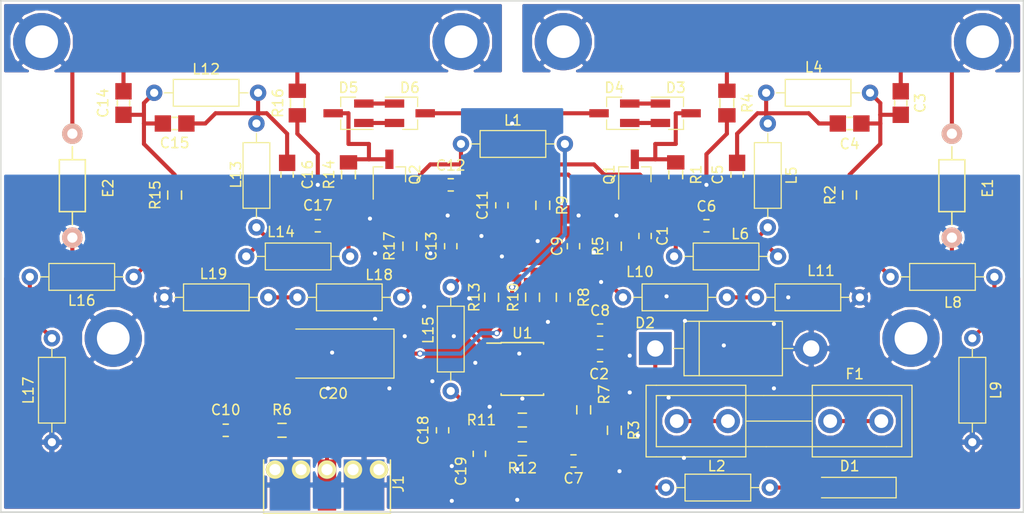
<source format=kicad_pcb>
(kicad_pcb (version 4) (host pcbnew 4.0.7-e2-6376~58~ubuntu14.04.1)
  (layers (0 F.Cu signal) (31 B.Cu signal) (34 B.Paste user) (35 F.Paste user) (36 B.SilkS user) (37 F.SilkS user) (38 B.Mask user) (39 F.Mask user) (44 Edge.Cuts user))
  (net 0 "")
  (net 1 "Net-(D3-Pad1)")
  (net 2 "Net-(D3-Pad2)")
  (net 3 "Net-(D3-Pad3)")
  (net 4 GND)
  (net 5 "Net-(D5-Pad1)")
  (net 6 "Net-(D5-Pad2)")
  (net 7 "Net-(D5-Pad3)")
  (net 8 "Net-(C1-Pad1)")
  (net 9 "Net-(AE1-Pad1)")
  (net 10 "Net-(AE2-Pad1)")
  (net 11 "Net-(C3-Pad2)")
  (net 12 "Net-(C14-Pad2)")
  (net 13 "Net-(C9-Pad2)")
  (net 14 "Net-(C13-Pad2)")
  (net 15 "Net-(R3-Pad1)")
  (net 16 "Net-(R12-Pad1)")
  (net 17 "Net-(C9-Pad1)")
  (net 18 "Net-(C11-Pad1)")
  (net 19 "Net-(C2-Pad1)")
  (net 20 "Net-(R11-Pad2)")
  (net 21 "Net-(C18-Pad2)")
  (net 22 "Net-(C13-Pad1)")
  (net 23 "Net-(C4-Pad1)")
  (net 24 "Net-(C5-Pad1)")
  (net 25 "Net-(C6-Pad1)")
  (net 26 "Net-(L8-Pad1)")
  (net 27 "Net-(L10-Pad2)")
  (net 28 "Net-(L8-Pad2)")
  (net 29 "Net-(L10-Pad1)")
  (net 30 "Net-(D1-Pad1)")
  (net 31 "Net-(C15-Pad1)")
  (net 32 "Net-(C16-Pad1)")
  (net 33 "Net-(C17-Pad1)")
  (net 34 "Net-(L16-Pad1)")
  (net 35 "Net-(L16-Pad2)")
  (net 36 "Net-(D1-Pad2)")
  (net 37 "Net-(C7-Pad2)")
  (net 38 "Net-(C7-Pad1)")
  (net 39 "Net-(C10-Pad1)")
  (net 40 "Net-(L18-Pad2)")
  (net 41 "Net-(L18-Pad1)")
  (module TO_SOT_Packages_SMD:SOT-23_Handsoldering (layer F.Cu) (at 99 44)
    (fp_text reference D3 (at 0 -2.5) (layer F.SilkS))
    (fp_text value BAV99)
    (pad 1 smd rect (at -1.5 -0.95) (size 1.9 0.8) (layers F.Cu F.Paste F.Mask) (net 1 "Net-(D3-Pad1)"))
    (pad 2 smd rect (at -1.5 0.95) (size 1.9 0.8) (layers F.Cu F.Paste F.Mask) (net 2 "Net-(D3-Pad2)"))
    (pad 3 smd rect (at 1.5 0) (size 1.9 0.8) (layers F.Cu F.Paste F.Mask) (net 3 "Net-(D3-Pad3)"))
  )
  (module TO_SOT_Packages_SMD:SOT-23_Handsoldering (layer F.Cu) (at 93 44 180)
    (fp_text reference D4 (at 0 2.5 180) (layer F.SilkS))
    (fp_text value BAV99)
    (pad 1 smd rect (at -1.5 -0.95 180) (size 1.9 0.8) (layers F.Cu F.Paste F.Mask) (net 2 "Net-(D3-Pad2)"))
    (pad 2 smd rect (at -1.5 0.95 180) (size 1.9 0.8) (layers F.Cu F.Paste F.Mask) (net 1 "Net-(D3-Pad1)"))
    (pad 3 smd rect (at 1.5 0 180) (size 1.9 0.8) (layers F.Cu F.Paste F.Mask) (net 4 GND))
  )
  (module TO_SOT_Packages_SMD:SOT-23_Handsoldering (layer F.Cu) (at 67 44 180)
    (fp_text reference D5 (at 0 2.5 180) (layer F.SilkS))
    (fp_text value BAV99)
    (pad 1 smd rect (at -1.5 -0.95 180) (size 1.9 0.8) (layers F.Cu F.Paste F.Mask) (net 5 "Net-(D5-Pad1)"))
    (pad 2 smd rect (at -1.5 0.95 180) (size 1.9 0.8) (layers F.Cu F.Paste F.Mask) (net 6 "Net-(D5-Pad2)"))
    (pad 3 smd rect (at 1.5 0 180) (size 1.9 0.8) (layers F.Cu F.Paste F.Mask) (net 7 "Net-(D5-Pad3)"))
  )
  (module TO_SOT_Packages_SMD:SOT-23_Handsoldering (layer F.Cu) (at 73 44)
    (fp_text reference D6 (at 0 -2.5) (layer F.SilkS))
    (fp_text value BAV99)
    (pad 1 smd rect (at -1.5 -0.95) (size 1.9 0.8) (layers F.Cu F.Paste F.Mask) (net 6 "Net-(D5-Pad2)"))
    (pad 2 smd rect (at -1.5 0.95) (size 1.9 0.8) (layers F.Cu F.Paste F.Mask) (net 5 "Net-(D5-Pad1)"))
    (pad 3 smd rect (at 1.5 0) (size 1.9 0.8) (layers F.Cu F.Paste F.Mask) (net 4 GND))
  )
  (module TO_SOT_Packages_SMD:SOT-23_Handsoldering (layer F.Cu) (at 95 50 90)
    (fp_text reference Q1 (at 0 -2.5 90) (layer F.SilkS))
    (fp_text value BF862)
    (pad 1 smd rect (at -1.5 -0.95 90) (size 1.9 0.8) (layers F.Cu F.Paste F.Mask) (net 13 "Net-(C9-Pad2)"))
    (pad 2 smd rect (at -1.5 0.95 90) (size 1.9 0.8) (layers F.Cu F.Paste F.Mask) (net 8 "Net-(C1-Pad1)"))
    (pad 3 smd rect (at 1.5 0 90) (size 1.9 0.8) (layers F.Cu F.Paste F.Mask) (net 3 "Net-(D3-Pad3)"))
  )
  (module TO_SOT_Packages_SMD:SOT-23_Handsoldering (layer F.Cu) (at 71 50 90)
    (fp_text reference Q2 (at 0 2.5 90) (layer F.SilkS))
    (fp_text value BF862)
    (pad 1 smd rect (at -1.5 -0.95 90) (size 1.9 0.8) (layers F.Cu F.Paste F.Mask) (net 14 "Net-(C13-Pad2)"))
    (pad 2 smd rect (at -1.5 0.95 90) (size 1.9 0.8) (layers F.Cu F.Paste F.Mask) (net 8 "Net-(C1-Pad1)"))
    (pad 3 smd rect (at 1.5 0 90) (size 1.9 0.8) (layers F.Cu F.Paste F.Mask) (net 7 "Net-(D5-Pad3)"))
  )
  (module Housings_SOIC:SOIC-8_3.9x4.9mm_Pitch1.27mm (layer F.Cu) (at 84 69)
    (fp_text reference U1 (at 0 -3.5) (layer F.SilkS))
    (fp_text value AD8129 hide)
    (pad 1 smd rect (at -2.7 -1.905) (size 1.55 0.6) (layers F.Cu F.Paste F.Mask) (net 22 "Net-(C13-Pad1)"))
    (pad 2 smd rect (at -2.7 -0.635) (size 1.55 0.6) (layers F.Cu F.Paste F.Mask) (net 4 GND))
    (pad 3 smd rect (at -2.7 0.635) (size 1.55 0.6) (layers F.Cu F.Paste F.Mask) (net 20 "Net-(R11-Pad2)"))
    (pad 4 smd rect (at -2.7 1.905) (size 1.55 0.6) (layers F.Cu F.Paste F.Mask) (net 21 "Net-(C18-Pad2)"))
    (pad 5 smd rect (at 2.7 1.905) (size 1.55 0.6) (layers F.Cu F.Paste F.Mask) (net 16 "Net-(R12-Pad1)"))
    (pad 6 smd rect (at 2.7 0.635) (size 1.55 0.6) (layers F.Cu F.Paste F.Mask) (net 15 "Net-(R3-Pad1)"))
    (pad 7 smd rect (at 2.7 -0.635) (size 1.55 0.6) (layers F.Cu F.Paste F.Mask) (net 19 "Net-(C2-Pad1)"))
    (pad 8 smd rect (at 2.7 -1.905) (size 1.55 0.6) (layers F.Cu F.Paste F.Mask) (net 17 "Net-(C9-Pad1)"))
  )
  (module Mounting_Holes:MountingHole_3.2mm_M3_DIN965_Pad (layer F.Cu) (at 88 37)
    (fp_text reference AE1 hide)
    (fp_text value Antenna)
    (pad 1 thru_hole circle (at 0 0) (size 5.6 5.6) (drill 3.2) (layers *.Cu *.Mask) (net 9 "Net-(AE1-Pad1)"))
  )
  (module Mounting_Holes:MountingHole_3.2mm_M3_DIN965_Pad (layer F.Cu) (at 37 37)
    (fp_text reference AE2 hide)
    (fp_text value Antenna)
    (pad 1 thru_hole circle (at 0 0) (size 5.6 5.6) (drill 3.2) (layers *.Cu *.Mask) (net 10 "Net-(AE2-Pad1)"))
  )
  (module Mounting_Holes:MountingHole_3.2mm_M3_DIN965_Pad (layer F.Cu) (at 129 37)
    (fp_text reference AE3 hide)
    (fp_text value Antenna hide)
    (pad 1 thru_hole circle (at 0 0) (size 5.6 5.6) (drill 3.2) (layers *.Cu *.Mask) (net 9 "Net-(AE1-Pad1)"))
  )
  (module Mounting_Holes:MountingHole_3.2mm_M3_DIN965_Pad (layer F.Cu) (at 78 37)
    (fp_text reference AE4 hide)
    (fp_text value Antenna)
    (pad 1 thru_hole circle (at 0 0) (size 5.6 5.6) (drill 3.2) (layers *.Cu *.Mask) (net 10 "Net-(AE2-Pad1)"))
  )
  (module mini_mop:C_1206_0603 (layer F.Cu) (at 121 43 270)
    (fp_text reference C3 (at 0 -1.9 270) (layer F.SilkS))
    (fp_text value 100)
    (pad 2 smd rect (at 1.15 0 270) (size 1.6 1.6) (layers F.Cu F.Paste F.Mask) (net 11 "Net-(C3-Pad2)"))
    (pad 1 smd rect (at -1.15 0 270) (size 1.6 1.6) (layers F.Cu F.Paste F.Mask) (net 9 "Net-(AE1-Pad1)"))
  )
  (module mini_mop:C_1206_0603 (layer F.Cu) (at 45 43 270)
    (fp_text reference C14 (at 0 2 270) (layer F.SilkS))
    (fp_text value 100)
    (pad 2 smd rect (at 1.15 0 270) (size 1.6 1.6) (layers F.Cu F.Paste F.Mask) (net 12 "Net-(C14-Pad2)"))
    (pad 1 smd rect (at -1.15 0 270) (size 1.6 1.6) (layers F.Cu F.Paste F.Mask) (net 10 "Net-(AE2-Pad1)"))
  )
  (module mini_mop:Resistor_Horizontal_RM10mm (layer F.Cu) (at 126 46 270)
    (fp_text reference E1 (at 5.32892 -3.50012 270) (layer F.SilkS))
    (fp_text value SPARK_GAP)
    (pad 1 thru_hole circle (at 0 0 270) (size 1.99898 1.99898) (drill 1.00076) (layers *.Cu *.SilkS *.Mask) (net 9 "Net-(AE1-Pad1)"))
    (pad 2 thru_hole circle (at 10.16 0 270) (size 1.99898 1.99898) (drill 1.00076) (layers *.Cu *.SilkS *.Mask) (net 4 GND))
  )
  (module mini_mop:Resistor_Horizontal_RM10mm (layer F.Cu) (at 40 46 270)
    (fp_text reference E2 (at 5.32892 -3.50012 270) (layer F.SilkS))
    (fp_text value SPARK_GAP)
    (pad 1 thru_hole circle (at 0 0 270) (size 1.99898 1.99898) (drill 1.00076) (layers *.Cu *.SilkS *.Mask) (net 10 "Net-(AE2-Pad1)"))
    (pad 2 thru_hole circle (at 10.16 0 270) (size 1.99898 1.99898) (drill 1.00076) (layers *.Cu *.SilkS *.Mask) (net 4 GND))
  )
  (module mini_mop:R_1206_0603 (layer F.Cu) (at 99 50 90)
    (fp_text reference R1 (at 0 2 90) (layer F.SilkS))
    (fp_text value 680)
    (pad 1 smd rect (at -1.2 0 180) (size 1.7 1.4) (layers F.Cu F.Paste F.Mask) (net 25 "Net-(C6-Pad1)"))
    (pad 2 smd rect (at 1.2 0 90) (size 1.4 1.7) (layers F.Cu F.Paste F.Mask) (net 3 "Net-(D3-Pad3)"))
  )
  (module mini_mop:R_1206_0603 (layer F.Cu) (at 116 52 90)
    (fp_text reference R2 (at 0 -1.9 90) (layer F.SilkS))
    (fp_text value 10k)
    (pad 1 smd rect (at -1.2 0 180) (size 1.7 1.4) (layers F.Cu F.Paste F.Mask) (net 26 "Net-(L8-Pad1)"))
    (pad 2 smd rect (at 1.2 0 90) (size 1.4 1.7) (layers F.Cu F.Paste F.Mask) (net 11 "Net-(C3-Pad2)"))
  )
  (module mini_mop:R_1206_0603 (layer F.Cu) (at 93 75 270)
    (fp_text reference R3 (at 0 -1.9 270) (layer F.SilkS))
    (fp_text value 100 hide)
    (pad 1 smd rect (at -1.2 0) (size 1.7 1.4) (layers F.Cu F.Paste F.Mask) (net 15 "Net-(R3-Pad1)"))
    (pad 2 smd rect (at 1.2 0 270) (size 1.4 1.7) (layers F.Cu F.Paste F.Mask) (net 37 "Net-(C7-Pad2)"))
  )
  (module mini_mop:R_1206_0603 (layer F.Cu) (at 104 43 90)
    (fp_text reference R4 (at 0 2 90) (layer F.SilkS))
    (fp_text value 1.5M)
    (pad 1 smd rect (at -1.2 0 180) (size 1.7 1.4) (layers F.Cu F.Paste F.Mask) (net 4 GND))
    (pad 2 smd rect (at 1.2 0 90) (size 1.4 1.7) (layers F.Cu F.Paste F.Mask) (net 9 "Net-(AE1-Pad1)"))
  )
  (module mini_mop:R_1206_0603 (layer F.Cu) (at 93 57 270)
    (fp_text reference R5 (at 0 1.6 270) (layer F.SilkS))
    (fp_text value 100 hide)
    (pad 1 smd rect (at -1.2 0) (size 1.7 1.4) (layers F.Cu F.Paste F.Mask) (net 13 "Net-(C9-Pad2)"))
    (pad 2 smd rect (at 1.2 0 270) (size 1.4 1.7) (layers F.Cu F.Paste F.Mask) (net 27 "Net-(L10-Pad2)"))
  )
  (module mini_mop:R_1206_0603 (layer F.Cu) (at 60.5 75 180)
    (fp_text reference R6 (at 0 2 180) (layer F.SilkS))
    (fp_text value 100 hide)
    (pad 1 smd rect (at -1.2 0 270) (size 1.7 1.4) (layers F.Cu F.Paste F.Mask) (net 38 "Net-(C7-Pad1)"))
    (pad 2 smd rect (at 1.2 0 180) (size 1.4 1.7) (layers F.Cu F.Paste F.Mask) (net 39 "Net-(C10-Pad1)"))
  )
  (module mini_mop:R_1206_0603 (layer F.Cu) (at 90 73 270)
    (fp_text reference R7 (at -1.5 -2 450) (layer F.SilkS))
    (fp_text value 2k)
    (pad 1 smd rect (at -1.2 0) (size 1.7 1.4) (layers F.Cu F.Paste F.Mask) (net 15 "Net-(R3-Pad1)"))
    (pad 2 smd rect (at 1.2 0 270) (size 1.4 1.7) (layers F.Cu F.Paste F.Mask) (net 16 "Net-(R12-Pad1)"))
  )
  (module mini_mop:R_1206_0603 (layer F.Cu) (at 88 62 90)
    (fp_text reference R8 (at 0 2 90) (layer F.SilkS))
    (fp_text value 10k)
    (pad 1 smd rect (at -1.2 0 180) (size 1.7 1.4) (layers F.Cu F.Paste F.Mask) (net 17 "Net-(C9-Pad1)"))
    (pad 2 smd rect (at 1.2 0 90) (size 1.4 1.7) (layers F.Cu F.Paste F.Mask) (net 18 "Net-(C11-Pad1)"))
  )
  (module mini_mop:R_1206_0603 (layer F.Cu) (at 86 53 270)
    (fp_text reference R9 (at 0 -1.9 270) (layer F.SilkS))
    (fp_text value 10k)
    (pad 1 smd rect (at -1.2 0) (size 1.7 1.4) (layers F.Cu F.Paste F.Mask) (net 4 GND))
    (pad 2 smd rect (at 1.2 0 270) (size 1.4 1.7) (layers F.Cu F.Paste F.Mask) (net 18 "Net-(C11-Pad1)"))
  )
  (module mini_mop:R_1206_0603 (layer F.Cu) (at 85 62 90)
    (fp_text reference R10 (at 0 -1.9 90) (layer F.SilkS))
    (fp_text value 10k)
    (pad 1 smd rect (at -1.2 0 180) (size 1.7 1.4) (layers F.Cu F.Paste F.Mask) (net 19 "Net-(C2-Pad1)"))
    (pad 2 smd rect (at 1.2 0 90) (size 1.4 1.7) (layers F.Cu F.Paste F.Mask) (net 18 "Net-(C11-Pad1)"))
  )
  (module mini_mop:R_1206_0603 (layer F.Cu) (at 84 74 180)
    (fp_text reference R11 (at 4 0 180) (layer F.SilkS))
    (fp_text value 10k hide)
    (pad 1 smd rect (at -1.2 0 270) (size 1.7 1.4) (layers F.Cu F.Paste F.Mask) (net 19 "Net-(C2-Pad1)"))
    (pad 2 smd rect (at 1.2 0 180) (size 1.4 1.7) (layers F.Cu F.Paste F.Mask) (net 20 "Net-(R11-Pad2)"))
  )
  (module mini_mop:R_1206_0603 (layer F.Cu) (at 84 76.8 180)
    (fp_text reference R12 (at 0 -1.9 180) (layer F.SilkS))
    (fp_text value 100 hide)
    (pad 1 smd rect (at -1.2 0 270) (size 1.7 1.4) (layers F.Cu F.Paste F.Mask) (net 16 "Net-(R12-Pad1)"))
    (pad 2 smd rect (at 1.2 0 180) (size 1.4 1.7) (layers F.Cu F.Paste F.Mask) (net 21 "Net-(C18-Pad2)"))
  )
  (module mini_mop:R_1206_0603 (layer F.Cu) (at 81 62 270)
    (fp_text reference R13 (at 0 1.7 270) (layer F.SilkS))
    (fp_text value 10k)
    (pad 1 smd rect (at -1.2 0) (size 1.7 1.4) (layers F.Cu F.Paste F.Mask) (net 18 "Net-(C11-Pad1)"))
    (pad 2 smd rect (at 1.2 0 270) (size 1.4 1.7) (layers F.Cu F.Paste F.Mask) (net 22 "Net-(C13-Pad1)"))
  )
  (module mini_mop:R_1206_0603 (layer F.Cu) (at 67 50 90)
    (fp_text reference R14 (at 0 -1.9 90) (layer F.SilkS))
    (fp_text value 680)
    (pad 1 smd rect (at -1.2 0 180) (size 1.7 1.4) (layers F.Cu F.Paste F.Mask) (net 33 "Net-(C17-Pad1)"))
    (pad 2 smd rect (at 1.2 0 90) (size 1.4 1.7) (layers F.Cu F.Paste F.Mask) (net 7 "Net-(D5-Pad3)"))
  )
  (module mini_mop:R_1206_0603 (layer F.Cu) (at 50 52 90)
    (fp_text reference R15 (at 0 -1.9 90) (layer F.SilkS))
    (fp_text value 10k)
    (pad 1 smd rect (at -1.2 0 180) (size 1.7 1.4) (layers F.Cu F.Paste F.Mask) (net 34 "Net-(L16-Pad1)"))
    (pad 2 smd rect (at 1.2 0 90) (size 1.4 1.7) (layers F.Cu F.Paste F.Mask) (net 12 "Net-(C14-Pad2)"))
  )
  (module mini_mop:R_1206_0603 (layer F.Cu) (at 73 57 270)
    (fp_text reference R17 (at 0 2 270) (layer F.SilkS))
    (fp_text value 100)
    (pad 1 smd rect (at -1.2 0) (size 1.7 1.4) (layers F.Cu F.Paste F.Mask) (net 14 "Net-(C13-Pad2)"))
    (pad 2 smd rect (at 1.2 0 270) (size 1.4 1.7) (layers F.Cu F.Paste F.Mask) (net 40 "Net-(L18-Pad2)"))
  )
  (module mini_mop:C_1206_0603 (layer F.Cu) (at 116 45)
    (fp_text reference C4 (at 0 2) (layer F.SilkS))
    (fp_text value 1p)
    (pad 2 smd rect (at 1.15 0) (size 1.6 1.6) (layers F.Cu F.Paste F.Mask) (net 11 "Net-(C3-Pad2)"))
    (pad 1 smd rect (at -1.15 0) (size 1.6 1.6) (layers F.Cu F.Paste F.Mask) (net 23 "Net-(C4-Pad1)"))
  )
  (module mini_mop:C_1206_0603 (layer F.Cu) (at 105 50 90)
    (fp_text reference C5 (at 0 -1.9 90) (layer F.SilkS))
    (fp_text value 1.8p)
    (pad 2 smd rect (at 1.15 0 90) (size 1.6 1.6) (layers F.Cu F.Paste F.Mask) (net 23 "Net-(C4-Pad1)"))
    (pad 1 smd rect (at -1.15 0 90) (size 1.6 1.6) (layers F.Cu F.Paste F.Mask) (net 24 "Net-(C5-Pad1)"))
  )
  (module mini_mop:C_1206_0603 (layer F.Cu) (at 102 55)
    (fp_text reference C6 (at 0 -1.9) (layer F.SilkS))
    (fp_text value 2.2p)
    (pad 2 smd rect (at 1.15 0) (size 1.6 1.6) (layers F.Cu F.Paste F.Mask) (net 24 "Net-(C5-Pad1)"))
    (pad 1 smd rect (at -1.15 0) (size 1.6 1.6) (layers F.Cu F.Paste F.Mask) (net 25 "Net-(C6-Pad1)"))
  )
  (module Resistors_ThroughHole:R_Axial_DIN0207_L6.3mm_D2.5mm_P10.16mm_Horizontal (layer F.Cu) (at 118 42 180)
    (fp_text reference L4 (at 5.5 2.5 180) (layer F.SilkS))
    (fp_text value 1.8uH)
    (pad 1 thru_hole circle (at 0 0 180) (size 1.6 1.6) (drill 0.8) (layers *.Cu *.Mask) (net 11 "Net-(C3-Pad2)"))
    (pad 2 thru_hole oval (at 10.16 0 180) (size 1.6 1.6) (drill 0.8) (layers *.Cu *.Mask) (net 23 "Net-(C4-Pad1)"))
  )
  (module Resistors_ThroughHole:R_Axial_DIN0207_L6.3mm_D2.5mm_P10.16mm_Horizontal (layer F.Cu) (at 108 45 270)
    (fp_text reference L5 (at 5.08 -2.31 270) (layer F.SilkS))
    (fp_text value 1.8uH)
    (pad 1 thru_hole circle (at 0 0 270) (size 1.6 1.6) (drill 0.8) (layers *.Cu *.Mask) (net 23 "Net-(C4-Pad1)"))
    (pad 2 thru_hole oval (at 10.16 0 270) (size 1.6 1.6) (drill 0.8) (layers *.Cu *.Mask) (net 24 "Net-(C5-Pad1)"))
  )
  (module Resistors_ThroughHole:R_Axial_DIN0207_L6.3mm_D2.5mm_P10.16mm_Horizontal (layer F.Cu) (at 109 58 180)
    (fp_text reference L6 (at 3.7 2.2 180) (layer F.SilkS))
    (fp_text value 3.3uH hide)
    (pad 1 thru_hole circle (at 0 0 180) (size 1.6 1.6) (drill 0.8) (layers *.Cu *.Mask) (net 24 "Net-(C5-Pad1)"))
    (pad 2 thru_hole oval (at 10.16 0 180) (size 1.6 1.6) (drill 0.8) (layers *.Cu *.Mask) (net 25 "Net-(C6-Pad1)"))
  )
  (module Resistors_ThroughHole:R_Axial_DIN0207_L6.3mm_D2.5mm_P10.16mm_Horizontal (layer F.Cu) (at 120 60)
    (fp_text reference L8 (at 6.1 2.5) (layer F.SilkS))
    (fp_text value 47uH)
    (pad 1 thru_hole circle (at 0 0) (size 1.6 1.6) (drill 0.8) (layers *.Cu *.Mask) (net 26 "Net-(L8-Pad1)"))
    (pad 2 thru_hole oval (at 10.16 0) (size 1.6 1.6) (drill 0.8) (layers *.Cu *.Mask) (net 28 "Net-(L8-Pad2)"))
  )
  (module Resistors_ThroughHole:R_Axial_DIN0207_L6.3mm_D2.5mm_P10.16mm_Horizontal (layer F.Cu) (at 128 66 270)
    (fp_text reference L9 (at 5.08 -2.31 270) (layer F.SilkS))
    (fp_text value 8.2mH)
    (pad 1 thru_hole circle (at 0 0 270) (size 1.6 1.6) (drill 0.8) (layers *.Cu *.Mask) (net 28 "Net-(L8-Pad2)"))
    (pad 2 thru_hole oval (at 10.16 0 270) (size 1.6 1.6) (drill 0.8) (layers *.Cu *.Mask) (net 4 GND))
  )
  (module mini_mop:C_1206_0603 (layer F.Cu) (at 96 56 270)
    (fp_text reference C1 (at 0 -1.7 270) (layer F.SilkS))
    (fp_text value 100n hide)
    (pad 2 smd rect (at 1.15 0 270) (size 1.6 1.6) (layers F.Cu F.Paste F.Mask) (net 4 GND))
    (pad 1 smd rect (at -1.15 0 270) (size 1.6 1.6) (layers F.Cu F.Paste F.Mask) (net 8 "Net-(C1-Pad1)"))
  )
  (module mini_mop:C_1206_0603 (layer F.Cu) (at 89 57 90)
    (fp_text reference C9 (at 0 -1.6 90) (layer F.SilkS))
    (fp_text value 100n hide)
    (pad 2 smd rect (at 1.15 0 90) (size 1.6 1.6) (layers F.Cu F.Paste F.Mask) (net 13 "Net-(C9-Pad2)"))
    (pad 1 smd rect (at -1.15 0 90) (size 1.6 1.6) (layers F.Cu F.Paste F.Mask) (net 17 "Net-(C9-Pad1)"))
  )
  (module Resistors_ThroughHole:R_Axial_DIN0207_L6.3mm_D2.5mm_P10.16mm_Horizontal (layer F.Cu) (at 104 62 180)
    (fp_text reference L10 (at 8.5 2.5 180) (layer F.SilkS))
    (fp_text value 270uH hide)
    (pad 1 thru_hole circle (at 0 0 180) (size 1.6 1.6) (drill 0.8) (layers *.Cu *.Mask) (net 29 "Net-(L10-Pad1)"))
    (pad 2 thru_hole oval (at 10.16 0 180) (size 1.6 1.6) (drill 0.8) (layers *.Cu *.Mask) (net 27 "Net-(L10-Pad2)"))
  )
  (module Resistors_ThroughHole:R_Axial_DIN0207_L6.3mm_D2.5mm_P10.16mm_Horizontal (layer F.Cu) (at 117 62 180)
    (fp_text reference L11 (at 3.8 2.6 180) (layer F.SilkS))
    (fp_text value 47uH hide)
    (pad 1 thru_hole circle (at 0 0 180) (size 1.6 1.6) (drill 0.8) (layers *.Cu *.Mask) (net 4 GND))
    (pad 2 thru_hole oval (at 10.16 0 180) (size 1.6 1.6) (drill 0.8) (layers *.Cu *.Mask) (net 29 "Net-(L10-Pad1)"))
  )
  (module Diodes_SMD:D_MiniMELF_Handsoldering (layer F.Cu) (at 116 80.6 180)
    (fp_text reference D1 (at 0 2.1 180) (layer F.SilkS))
    (fp_text value LL4148)
    (pad 1 smd rect (at -2.75 0 180) (size 3.3 1.7) (layers F.Cu F.Paste F.Mask) (net 30 "Net-(D1-Pad1)"))
    (pad 2 smd rect (at 2.75 0 180) (size 3.3 1.7) (layers F.Cu F.Paste F.Mask) (net 36 "Net-(D1-Pad2)"))
  )
  (module Fuse_Holders_and_Fuses:Fuseholder5x20_horiz_open_inline_Type-I (layer F.Cu) (at 119.1 74.1 180)
    (fp_text reference F1 (at 2.6 4.6 180) (layer F.SilkS))
    (fp_text value Fuse)
    (pad 2 thru_hole circle (at 15 0 180) (size 2.35 2.35) (drill 1.35) (layers *.Cu *.Mask) (net 19 "Net-(C2-Pad1)"))
    (pad 2 thru_hole circle (at 20 0 180) (size 2.35 2.35) (drill 1.35) (layers *.Cu *.Mask) (net 19 "Net-(C2-Pad1)"))
    (pad 1 thru_hole circle (at 5 0 180) (size 2.35 2.35) (drill 1.35) (layers *.Cu *.Mask) (net 30 "Net-(D1-Pad1)"))
    (pad 1 thru_hole circle (at 0 0 180) (size 2.35 2.35) (drill 1.35) (layers *.Cu *.Mask) (net 30 "Net-(D1-Pad1)"))
  )
  (module Resistors_ThroughHole:R_Axial_DIN0207_L6.3mm_D2.5mm_P10.16mm_Horizontal (layer F.Cu) (at 78 47)
    (fp_text reference L1 (at 5.08 -2.31) (layer F.SilkS))
    (fp_text value 15uH)
    (pad 1 thru_hole circle (at 0 0) (size 1.6 1.6) (drill 0.8) (layers *.Cu *.Mask) (net 8 "Net-(C1-Pad1)"))
    (pad 2 thru_hole oval (at 10.16 0) (size 1.6 1.6) (drill 0.8) (layers *.Cu *.Mask) (net 19 "Net-(C2-Pad1)"))
  )
  (module mini_mop:R_1206_0603 (layer F.Cu) (at 62 43 90)
    (fp_text reference R16 (at 0 -1.9 90) (layer F.SilkS))
    (fp_text value 1.5M)
    (pad 1 smd rect (at -1.2 0 180) (size 1.7 1.4) (layers F.Cu F.Paste F.Mask) (net 4 GND))
    (pad 2 smd rect (at 1.2 0 90) (size 1.4 1.7) (layers F.Cu F.Paste F.Mask) (net 10 "Net-(AE2-Pad1)"))
  )
  (module mini_mop:C_1206_0603 (layer F.Cu) (at 77 57 90)
    (fp_text reference C13 (at 0 -1.9 90) (layer F.SilkS))
    (fp_text value 100n)
    (pad 2 smd rect (at 1.15 0 90) (size 1.6 1.6) (layers F.Cu F.Paste F.Mask) (net 14 "Net-(C13-Pad2)"))
    (pad 1 smd rect (at -1.15 0 90) (size 1.6 1.6) (layers F.Cu F.Paste F.Mask) (net 22 "Net-(C13-Pad1)"))
  )
  (module mini_mop:C_1206_0603 (layer F.Cu) (at 77 51)
    (fp_text reference C12 (at 0 -1.9) (layer F.SilkS))
    (fp_text value 100n)
    (pad 2 smd rect (at 1.15 0) (size 1.6 1.6) (layers F.Cu F.Paste F.Mask) (net 4 GND))
    (pad 1 smd rect (at -1.15 0) (size 1.6 1.6) (layers F.Cu F.Paste F.Mask) (net 8 "Net-(C1-Pad1)"))
  )
  (module mini_mop:C_1206_0603 (layer F.Cu) (at 50 45 180)
    (fp_text reference C15 (at 0 -1.9 180) (layer F.SilkS))
    (fp_text value 1p)
    (pad 2 smd rect (at 1.15 0 180) (size 1.6 1.6) (layers F.Cu F.Paste F.Mask) (net 12 "Net-(C14-Pad2)"))
    (pad 1 smd rect (at -1.15 0 180) (size 1.6 1.6) (layers F.Cu F.Paste F.Mask) (net 31 "Net-(C15-Pad1)"))
  )
  (module mini_mop:C_1206_0603 (layer F.Cu) (at 61 50 90)
    (fp_text reference C16 (at 0 2 90) (layer F.SilkS))
    (fp_text value 1.8p)
    (pad 2 smd rect (at 1.15 0 90) (size 1.6 1.6) (layers F.Cu F.Paste F.Mask) (net 31 "Net-(C15-Pad1)"))
    (pad 1 smd rect (at -1.15 0 90) (size 1.6 1.6) (layers F.Cu F.Paste F.Mask) (net 32 "Net-(C16-Pad1)"))
  )
  (module mini_mop:C_1206_0603 (layer F.Cu) (at 64 55 180)
    (fp_text reference C17 (at 0 2 180) (layer F.SilkS))
    (fp_text value 2.2p)
    (pad 2 smd rect (at 1.15 0 180) (size 1.6 1.6) (layers F.Cu F.Paste F.Mask) (net 32 "Net-(C16-Pad1)"))
    (pad 1 smd rect (at -1.15 0 180) (size 1.6 1.6) (layers F.Cu F.Paste F.Mask) (net 33 "Net-(C17-Pad1)"))
  )
  (module Resistors_ThroughHole:R_Axial_DIN0207_L6.3mm_D2.5mm_P10.16mm_Horizontal (layer F.Cu) (at 48 42)
    (fp_text reference L12 (at 5.08 -2.31) (layer F.SilkS))
    (fp_text value 1.8uH)
    (pad 1 thru_hole circle (at 0 0) (size 1.6 1.6) (drill 0.8) (layers *.Cu *.Mask) (net 12 "Net-(C14-Pad2)"))
    (pad 2 thru_hole oval (at 10.16 0) (size 1.6 1.6) (drill 0.8) (layers *.Cu *.Mask) (net 31 "Net-(C15-Pad1)"))
  )
  (module Resistors_ThroughHole:R_Axial_DIN0207_L6.3mm_D2.5mm_P10.16mm_Horizontal (layer F.Cu) (at 58 45 270)
    (fp_text reference L13 (at 5 2 270) (layer F.SilkS))
    (fp_text value 1.8uH)
    (pad 1 thru_hole circle (at 0 0 270) (size 1.6 1.6) (drill 0.8) (layers *.Cu *.Mask) (net 31 "Net-(C15-Pad1)"))
    (pad 2 thru_hole oval (at 10.16 0 270) (size 1.6 1.6) (drill 0.8) (layers *.Cu *.Mask) (net 32 "Net-(C16-Pad1)"))
  )
  (module Resistors_ThroughHole:R_Axial_DIN0207_L6.3mm_D2.5mm_P10.16mm_Horizontal (layer F.Cu) (at 57 58)
    (fp_text reference L14 (at 3.4 -2.4) (layer F.SilkS))
    (fp_text value 3.3uH hide)
    (pad 1 thru_hole circle (at 0 0) (size 1.6 1.6) (drill 0.8) (layers *.Cu *.Mask) (net 32 "Net-(C16-Pad1)"))
    (pad 2 thru_hole oval (at 10.16 0) (size 1.6 1.6) (drill 0.8) (layers *.Cu *.Mask) (net 33 "Net-(C17-Pad1)"))
  )
  (module Resistors_ThroughHole:R_Axial_DIN0207_L6.3mm_D2.5mm_P10.16mm_Horizontal (layer F.Cu) (at 46 60 180)
    (fp_text reference L16 (at 5.08 -2.31 180) (layer F.SilkS))
    (fp_text value 47uH)
    (pad 1 thru_hole circle (at 0 0 180) (size 1.6 1.6) (drill 0.8) (layers *.Cu *.Mask) (net 34 "Net-(L16-Pad1)"))
    (pad 2 thru_hole oval (at 10.16 0 180) (size 1.6 1.6) (drill 0.8) (layers *.Cu *.Mask) (net 35 "Net-(L16-Pad2)"))
  )
  (module Resistors_ThroughHole:R_Axial_DIN0207_L6.3mm_D2.5mm_P10.16mm_Horizontal (layer F.Cu) (at 38 66 270)
    (fp_text reference L17 (at 5.1 2.3 270) (layer F.SilkS))
    (fp_text value 8.2mH hide)
    (pad 1 thru_hole circle (at 0 0 270) (size 1.6 1.6) (drill 0.8) (layers *.Cu *.Mask) (net 35 "Net-(L16-Pad2)"))
    (pad 2 thru_hole oval (at 10.16 0 270) (size 1.6 1.6) (drill 0.8) (layers *.Cu *.Mask) (net 4 GND))
  )
  (module mini_mop:C_1206_0603 (layer F.Cu) (at 82 53 90)
    (fp_text reference C11 (at 0 -1.9 90) (layer F.SilkS))
    (fp_text value 100n)
    (pad 2 smd rect (at 1.15 0 90) (size 1.6 1.6) (layers F.Cu F.Paste F.Mask) (net 4 GND))
    (pad 1 smd rect (at -1.15 0 90) (size 1.6 1.6) (layers F.Cu F.Paste F.Mask) (net 18 "Net-(C11-Pad1)"))
  )
  (module Resistors_ThroughHole:R_Axial_DIN0207_L6.3mm_D2.5mm_P10.16mm_Horizontal (layer F.Cu) (at 62 62)
    (fp_text reference L18 (at 8 -2.2) (layer F.SilkS))
    (fp_text value 270uH hide)
    (pad 1 thru_hole circle (at 0 0) (size 1.6 1.6) (drill 0.8) (layers *.Cu *.Mask) (net 41 "Net-(L18-Pad1)"))
    (pad 2 thru_hole oval (at 10.16 0) (size 1.6 1.6) (drill 0.8) (layers *.Cu *.Mask) (net 40 "Net-(L18-Pad2)"))
  )
  (module Resistors_ThroughHole:R_Axial_DIN0207_L6.3mm_D2.5mm_P10.16mm_Horizontal (layer F.Cu) (at 49 62)
    (fp_text reference L19 (at 4.8 -2.3) (layer F.SilkS))
    (fp_text value 47uH hide)
    (pad 1 thru_hole circle (at 0 0) (size 1.6 1.6) (drill 0.8) (layers *.Cu *.Mask) (net 4 GND))
    (pad 2 thru_hole oval (at 10.16 0) (size 1.6 1.6) (drill 0.8) (layers *.Cu *.Mask) (net 41 "Net-(L18-Pad1)"))
  )
  (module Resistors_ThroughHole:R_Axial_DIN0207_L6.3mm_D2.5mm_P10.16mm_Horizontal (layer F.Cu) (at 77 61 270)
    (fp_text reference L15 (at 4.2 2.2 270) (layer F.SilkS))
    (fp_text value 47uH)
    (pad 1 thru_hole circle (at 0 0 270) (size 1.6 1.6) (drill 0.8) (layers *.Cu *.Mask) (net 18 "Net-(C11-Pad1)"))
    (pad 2 thru_hole oval (at 10.16 0 270) (size 1.6 1.6) (drill 0.8) (layers *.Cu *.Mask) (net 21 "Net-(C18-Pad2)"))
  )
  (module mini_mop:C_1206_0603 (layer F.Cu) (at 76.2 75 90)
    (fp_text reference C18 (at 0 -1.9 90) (layer F.SilkS))
    (fp_text value 10n hide)
    (pad 2 smd rect (at 1.15 0 90) (size 1.6 1.6) (layers F.Cu F.Paste F.Mask) (net 21 "Net-(C18-Pad2)"))
    (pad 1 smd rect (at -1.15 0 90) (size 1.6 1.6) (layers F.Cu F.Paste F.Mask) (net 4 GND))
  )
  (module mini_mop:C_1206_0603 (layer F.Cu) (at 79.8 77.3 270)
    (fp_text reference C19 (at 1.7 1.8 270) (layer F.SilkS))
    (fp_text value 100n hide)
    (pad 2 smd rect (at 1.15 0 270) (size 1.6 1.6) (layers F.Cu F.Paste F.Mask) (net 4 GND))
    (pad 1 smd rect (at -1.15 0 270) (size 1.6 1.6) (layers F.Cu F.Paste F.Mask) (net 21 "Net-(C18-Pad2)"))
  )
  (module mini_mop:C_1206_0603 (layer F.Cu) (at 91.6 67.7)
    (fp_text reference C2 (at -0.1 1.8) (layer F.SilkS))
    (fp_text value 10n)
    (pad 2 smd rect (at 1.15 0) (size 1.6 1.6) (layers F.Cu F.Paste F.Mask) (net 4 GND))
    (pad 1 smd rect (at -1.15 0) (size 1.6 1.6) (layers F.Cu F.Paste F.Mask) (net 19 "Net-(C2-Pad1)"))
  )
  (module mini_mop:C_1206_0603 (layer F.Cu) (at 89 78)
    (fp_text reference C7 (at 0 1.7) (layer F.SilkS))
    (fp_text value 100n hide)
    (pad 2 smd rect (at 1.15 0) (size 1.6 1.6) (layers F.Cu F.Paste F.Mask) (net 37 "Net-(C7-Pad2)"))
    (pad 1 smd rect (at -1.15 0) (size 1.6 1.6) (layers F.Cu F.Paste F.Mask) (net 38 "Net-(C7-Pad1)"))
  )
  (module mini_mop:C_1206_0603 (layer F.Cu) (at 91.6 65.2)
    (fp_text reference C8 (at 0 -1.9) (layer F.SilkS))
    (fp_text value 100n)
    (pad 2 smd rect (at 1.15 0) (size 1.6 1.6) (layers F.Cu F.Paste F.Mask) (net 4 GND))
    (pad 1 smd rect (at -1.15 0) (size 1.6 1.6) (layers F.Cu F.Paste F.Mask) (net 19 "Net-(C2-Pad1)"))
  )
  (module mini_mop:C_1206_0603 (layer F.Cu) (at 55 75 180)
    (fp_text reference C10 (at 0 2 180) (layer F.SilkS))
    (fp_text value 100n hide)
    (pad 2 smd rect (at 1.15 0 180) (size 1.6 1.6) (layers F.Cu F.Paste F.Mask) (net 4 GND))
    (pad 1 smd rect (at -1.15 0 180) (size 1.6 1.6) (layers F.Cu F.Paste F.Mask) (net 39 "Net-(C10-Pad1)"))
  )
  (module Resistors_ThroughHole:R_Axial_DIN0207_L6.3mm_D2.5mm_P10.16mm_Horizontal (layer F.Cu) (at 108.2 80.6 180)
    (fp_text reference L2 (at 5.2 2.1 180) (layer F.SilkS))
    (fp_text value 4.7mH)
    (pad 1 thru_hole circle (at 0 0 180) (size 1.6 1.6) (drill 0.8) (layers *.Cu *.Mask) (net 36 "Net-(D1-Pad2)"))
    (pad 2 thru_hole oval (at 10.16 0 180) (size 1.6 1.6) (drill 0.8) (layers *.Cu *.Mask) (net 38 "Net-(C7-Pad1)"))
  )
  (module mini_mop:RFCONNECTOR (layer F.Cu) (at 64.9 77.7 90)
    (fp_text reference J1 (at -2.54 6.985 90) (layer F.SilkS))
    (fp_text value Conn_Coaxial hide)
    (pad 2 thru_hole circle (at -1.143 5.08 90) (size 1.8 1.8) (drill 1.1) (layers *.Cu *.Mask F.SilkS) (net 4 GND))
    (pad 2 thru_hole circle (at -1.143 -5.08 90) (size 1.8 1.8) (drill 1.1) (layers *.Cu *.Mask F.SilkS) (net 4 GND))
    (pad 1 smd rect (at -2.65 0 90) (size 5 1.8) (layers F.Cu F.Paste F.Mask) (net 38 "Net-(C7-Pad1)"))
    (pad 2 smd rect (at -2.65 -3.62 90) (size 5 3.96) (layers F.Cu F.Paste F.Mask) (net 4 GND))
    (pad 2 smd rect (at -2.65 3.62 90) (size 5 3.96) (layers F.Cu F.Paste F.Mask) (net 4 GND))
    (pad 2 smd rect (at -2.65 -3.62 90) (size 5 3.96) (layers B.Cu B.Paste B.Mask) (net 4 GND))
    (pad 2 smd rect (at -2.65 3.62 90) (size 5 3.96) (layers B.Cu B.Paste B.Mask) (net 4 GND))
    (pad 2 thru_hole circle (at -1.143 2.54 90) (size 1.8 1.8) (drill 1.1) (layers *.Cu *.Mask F.SilkS) (net 4 GND))
    (pad 2 thru_hole circle (at -1.143 -2.54 90) (size 1.8 1.8) (drill 1.1) (layers *.Cu *.Mask F.SilkS) (net 4 GND))
    (pad 1 thru_hole circle (at -1.143 0 90) (size 1.8 1.8) (drill 1.1) (layers *.Cu *.Mask F.SilkS) (net 38 "Net-(C7-Pad1)"))
  )
  (module Capacitors_Tantalum_SMD:CP_Tantalum_Case-D_EIA-7343-31_Hand (layer F.Cu) (at 65.5 67.5 180)
    (fp_text reference C20 (at 0 -3.9 180) (layer F.SilkS))
    (fp_text value 100uF hide)
    (pad 1 smd rect (at -3.775 0 180) (size 3.75 2.7) (layers F.Cu F.Paste F.Mask) (net 19 "Net-(C2-Pad1)"))
    (pad 2 smd rect (at 3.775 0 180) (size 3.75 2.7) (layers F.Cu F.Paste F.Mask) (net 4 GND))
  )
  (module Diodes_ThroughHole:D_DO-201AD_P15.24mm_Horizontal (layer F.Cu) (at 97 67)
    (fp_text reference D2 (at -1 -2.5) (layer F.SilkS))
    (fp_text value D_TVS)
    (pad 1 thru_hole rect (at 0 0) (size 3.2 3.2) (drill 1.6) (layers *.Cu *.Mask) (net 19 "Net-(C2-Pad1)"))
    (pad 2 thru_hole oval (at 15.24 0) (size 3.2 3.2) (drill 1.6) (layers *.Cu *.Mask) (net 4 GND))
  )
  (module Mounting_Holes:MountingHole_3.2mm_M3_DIN965_Pad (layer F.Cu) (at 44 66)
    (fp_text reference P1 hide)
    (fp_text value Mount hide)
    (pad 1 thru_hole circle (at 0 0) (size 5.6 5.6) (drill 3.2) (layers *.Cu *.Mask) (net 4 GND))
  )
  (module Mounting_Holes:MountingHole_3.2mm_M3_DIN965_Pad (layer F.Cu) (at 122 66)
    (fp_text reference P2 hide)
    (fp_text value Mount)
    (pad 1 thru_hole circle (at 0 0) (size 5.6 5.6) (drill 3.2) (layers *.Cu *.Mask) (net 4 GND))
  )
  (gr_line (start 33 83) (end 33 68) (angle 90) (layer Edge.Cuts) (width 0.15))
  (gr_line (start 133 33) (end 133 83) (angle 90) (layer Edge.Cuts) (width 0.15))
  (gr_line (start 33 83) (end 133 83) (angle 90) (layer Edge.Cuts) (width 0.15))
  (gr_line (start 108 33) (end 133 33) (angle 90) (layer Edge.Cuts) (width 0.15))
  (gr_line (start 108 33) (end 33 33) (angle 90) (layer Edge.Cuts) (width 0.15))
  (gr_line (start 33 68) (end 33 33) (angle 90) (layer Edge.Cuts) (width 0.15))
  (segment (start 94.5 43.05) (end 97.5 43.05) (width 0.4) (layer F.Cu) (net 1))
  (segment (start 94.5 44.95) (end 97.5 44.95) (width 0.4) (layer F.Cu) (net 2))
  (segment (start 97 48.5) (end 97 47) (width 0.4) (layer F.Cu) (net 3))
  (segment (start 97 47) (end 99 47) (width 0.4) (layer F.Cu) (net 3))
  (segment (start 99 47) (end 99 44) (width 0.4) (layer F.Cu) (net 3))
  (segment (start 99 44) (end 100.5 44) (width 0.4) (layer F.Cu) (net 3))
  (segment (start 95 48.5) (end 97 48.5) (width 0.4) (layer F.Cu) (net 3))
  (segment (start 97 48.5) (end 98.7 48.5) (width 0.4) (layer F.Cu) (net 3))
  (segment (start 98.7 48.5) (end 99 48.8) (width 0.4) (layer F.Cu) (net 3))
  (segment (start 112.24 67) (end 112.24 64.24) (width 0.4) (layer B.Cu) (net 4))
  (via (at 110 62) (size 0.6) (drill 0.4) (layers F.Cu B.Cu) (net 4))
  (segment (start 112.24 64.24) (end 110 62) (width 0.4) (layer B.Cu) (net 4))
  (segment (start 99.9 64.3) (end 99.9 63.7) (width 0.4) (layer F.Cu) (net 4))
  (via (at 98.1 61.9) (size 0.6) (drill 0.4) (layers F.Cu B.Cu) (net 4))
  (segment (start 99.9 63.7) (end 98.1 61.9) (width 0.4) (layer F.Cu) (net 4))
  (segment (start 79.4 68.4) (end 77 68.4) (width 0.4) (layer F.Cu) (net 4))
  (via (at 65.4 67.4) (size 0.6) (drill 0.4) (layers F.Cu B.Cu) (net 4))
  (segment (start 65.4 70.5) (end 65.4 67.4) (width 0.4) (layer B.Cu) (net 4))
  (segment (start 65 70.9) (end 65.4 70.5) (width 0.4) (layer B.Cu) (net 4))
  (via (at 65 70.9) (size 0.6) (drill 0.4) (layers F.Cu B.Cu) (net 4))
  (segment (start 71 70.9) (end 65 70.9) (width 0.4) (layer F.Cu) (net 4))
  (via (at 71 70.9) (size 0.6) (drill 0.4) (layers F.Cu B.Cu) (net 4))
  (segment (start 74.5 70.9) (end 71 70.9) (width 0.4) (layer B.Cu) (net 4))
  (segment (start 75.2 70.2) (end 74.5 70.9) (width 0.4) (layer B.Cu) (net 4))
  (via (at 75.2 70.2) (size 0.6) (drill 0.4) (layers F.Cu B.Cu) (net 4))
  (segment (start 77 68.4) (end 75.2 70.2) (width 0.4) (layer F.Cu) (net 4))
  (segment (start 85.05 66.15) (end 85.05 70.85) (width 0.4) (layer B.Cu) (net 4))
  (via (at 84 71.9) (size 0.6) (drill 0.4) (layers F.Cu B.Cu) (net 4))
  (segment (start 85.05 70.85) (end 84 71.9) (width 0.4) (layer B.Cu) (net 4))
  (segment (start 94.5 71.3) (end 97.8 71.3) (width 0.4) (layer F.Cu) (net 4))
  (via (at 98.3 71.8) (size 0.6) (drill 0.4) (layers F.Cu B.Cu) (net 4))
  (segment (start 97.8 71.3) (end 98.3 71.8) (width 0.4) (layer F.Cu) (net 4))
  (segment (start 92.75 65.2) (end 94.1 65.2) (width 0.4) (layer F.Cu) (net 4))
  (via (at 108.6 70.9) (size 0.6) (drill 0.4) (layers F.Cu B.Cu) (net 4))
  (segment (start 108.6 64.6) (end 108.6 70.9) (width 0.4) (layer B.Cu) (net 4))
  (via (at 108.6 64.6) (size 0.6) (drill 0.4) (layers F.Cu B.Cu) (net 4))
  (segment (start 105.8 64.6) (end 108.6 64.6) (width 0.4) (layer F.Cu) (net 4))
  (segment (start 103.7 66.7) (end 105.8 64.6) (width 0.4) (layer F.Cu) (net 4))
  (via (at 103.7 66.7) (size 0.6) (drill 0.4) (layers F.Cu B.Cu) (net 4))
  (segment (start 102.3 66.7) (end 103.7 66.7) (width 0.4) (layer B.Cu) (net 4))
  (segment (start 99.9 64.3) (end 102.3 66.7) (width 0.4) (layer B.Cu) (net 4))
  (via (at 99.9 64.3) (size 0.6) (drill 0.4) (layers F.Cu B.Cu) (net 4))
  (segment (start 95 64.3) (end 99.9 64.3) (width 0.4) (layer F.Cu) (net 4))
  (segment (start 94.1 65.2) (end 95 64.3) (width 0.4) (layer F.Cu) (net 4))
  (segment (start 95.3 77.7) (end 99.8 77.7) (width 0.4) (layer B.Cu) (net 4))
  (via (at 99.8 77.7) (size 0.6) (drill 0.4) (layers F.Cu B.Cu) (net 4))
  (segment (start 92.75 67.7) (end 94.5 67.7) (width 0.4) (layer F.Cu) (net 4))
  (via (at 93.5 79) (size 0.6) (drill 0.4) (layers F.Cu B.Cu) (net 4))
  (segment (start 94.4 79) (end 93.5 79) (width 0.4) (layer B.Cu) (net 4))
  (segment (start 95.3 78.1) (end 94.4 79) (width 0.4) (layer B.Cu) (net 4))
  (segment (start 95.3 75.5) (end 95.3 77.7) (width 0.4) (layer B.Cu) (net 4))
  (segment (start 95.3 77.7) (end 95.3 78.1) (width 0.4) (layer B.Cu) (net 4))
  (via (at 95.3 75.5) (size 0.6) (drill 0.4) (layers F.Cu B.Cu) (net 4))
  (segment (start 95.3 72.1) (end 95.3 75.5) (width 0.4) (layer F.Cu) (net 4))
  (segment (start 94.5 71.3) (end 95.3 72.1) (width 0.4) (layer F.Cu) (net 4))
  (via (at 94.5 71.3) (size 0.6) (drill 0.4) (layers F.Cu B.Cu) (net 4))
  (segment (start 94.5 67.7) (end 94.5 71.3) (width 0.4) (layer B.Cu) (net 4))
  (via (at 94.5 67.7) (size 0.6) (drill 0.4) (layers F.Cu B.Cu) (net 4))
  (segment (start 79.8 78.45) (end 77.15 78.45) (width 0.4) (layer F.Cu) (net 4))
  (via (at 77.1 81.9) (size 0.6) (drill 0.4) (layers F.Cu B.Cu) (net 4))
  (segment (start 77.1 78.5) (end 77.1 81.9) (width 0.4) (layer B.Cu) (net 4))
  (via (at 77.1 78.5) (size 0.6) (drill 0.4) (layers F.Cu B.Cu) (net 4))
  (segment (start 77.15 78.45) (end 77.1 78.5) (width 0.4) (layer F.Cu) (net 4))
  (segment (start 79.8 78.45) (end 81.35 78.45) (width 0.4) (layer F.Cu) (net 4))
  (via (at 83.5 81.8) (size 0.6) (drill 0.4) (layers F.Cu B.Cu) (net 4))
  (segment (start 83.5 78.8) (end 83.5 81.8) (width 0.4) (layer B.Cu) (net 4))
  (via (at 83.5 78.8) (size 0.6) (drill 0.4) (layers F.Cu B.Cu) (net 4))
  (segment (start 81.7 78.8) (end 83.5 78.8) (width 0.4) (layer F.Cu) (net 4))
  (segment (start 81.35 78.45) (end 81.7 78.8) (width 0.4) (layer F.Cu) (net 4))
  (segment (start 69.6 57.7) (end 69.6 64.1) (width 0.4) (layer B.Cu) (net 4))
  (via (at 69.6 64.1) (size 0.6) (drill 0.4) (layers F.Cu B.Cu) (net 4))
  (segment (start 74.4 62.9) (end 74.4 63.9) (width 0.4) (layer F.Cu) (net 4))
  (via (at 74.4 62.9) (size 0.6) (drill 0.4) (layers F.Cu B.Cu) (net 4))
  (via (at 72.5 65.8) (size 0.6) (drill 0.4) (layers F.Cu B.Cu) (net 4))
  (segment (start 74.4 63.9) (end 72.5 65.8) (width 0.4) (layer F.Cu) (net 4))
  (segment (start 79.4 68.4) (end 79.4 71.3) (width 0.4) (layer B.Cu) (net 4))
  (segment (start 79.435 68.365) (end 79.4 68.4) (width 0.4) (layer F.Cu) (net 4))
  (via (at 79.4 68.4) (size 0.6) (drill 0.4) (layers F.Cu B.Cu) (net 4))
  (segment (start 81.3 68.365) (end 79.435 68.365) (width 0.4) (layer F.Cu) (net 4))
  (via (at 80.8 72.7) (size 0.6) (drill 0.4) (layers F.Cu B.Cu) (net 4))
  (segment (start 79.4 71.3) (end 80.8 72.7) (width 0.4) (layer B.Cu) (net 4))
  (segment (start 82 58) (end 82 58.9) (width 0.4) (layer B.Cu) (net 4))
  (via (at 82 58) (size 0.6) (drill 0.4) (layers F.Cu B.Cu) (net 4))
  (segment (start 80 56) (end 82 58) (width 0.4) (layer B.Cu) (net 4))
  (via (at 78.8 62.1) (size 0.6) (drill 0.4) (layers F.Cu B.Cu) (net 4))
  (segment (start 82 58.9) (end 78.8 62.1) (width 0.4) (layer B.Cu) (net 4))
  (segment (start 77.3 65.8) (end 74.4 62.9) (width 0.4) (layer F.Cu) (net 4))
  (segment (start 75 58.6) (end 74.1 59.5) (width 0.4) (layer F.Cu) (net 4))
  (segment (start 74.1 59.5) (end 74.1 62.6) (width 0.4) (layer F.Cu) (net 4))
  (segment (start 74.1 62.6) (end 74.4 62.9) (width 0.4) (layer F.Cu) (net 4))
  (via (at 75 57.7) (size 0.6) (drill 0.4) (layers F.Cu B.Cu) (net 4))
  (segment (start 75 58.6) (end 75 57.7) (width 0.4) (layer F.Cu) (net 4))
  (via (at 77.3 65.8) (size 0.6) (drill 0.4) (layers F.Cu B.Cu) (net 4))
  (segment (start 83.7 67.5) (end 85.05 66.15) (width 0.4) (layer B.Cu) (net 4))
  (segment (start 85.05 66.15) (end 86.4 64.8) (width 0.4) (layer B.Cu) (net 4))
  (segment (start 82.835 68.365) (end 83.7 67.5) (width 0.4) (layer F.Cu) (net 4))
  (via (at 83.7 67.5) (size 0.6) (drill 0.4) (layers F.Cu B.Cu) (net 4))
  (segment (start 81.3 68.365) (end 82.835 68.365) (width 0.4) (layer F.Cu) (net 4))
  (via (at 86.5 64.4) (size 0.6) (drill 0.4) (layers F.Cu B.Cu) (net 4))
  (segment (start 86.4 64.5) (end 86.5 64.4) (width 0.4) (layer B.Cu) (net 4))
  (segment (start 86.4 64.8) (end 86.4 64.5) (width 0.4) (layer B.Cu) (net 4))
  (segment (start 91.5 54) (end 91.5 57.1) (width 0.4) (layer B.Cu) (net 4))
  (via (at 91 57.6) (size 0.6) (drill 0.4) (layers F.Cu B.Cu) (net 4))
  (segment (start 91.5 57.1) (end 91 57.6) (width 0.4) (layer B.Cu) (net 4))
  (segment (start 92.75 65.2) (end 92.75 63.65) (width 0.4) (layer F.Cu) (net 4))
  (via (at 91.7 60.5) (size 0.6) (drill 0.4) (layers F.Cu B.Cu) (net 4))
  (segment (start 91.7 62.6) (end 91.7 60.5) (width 0.4) (layer F.Cu) (net 4))
  (segment (start 92.75 63.65) (end 91.7 62.6) (width 0.4) (layer F.Cu) (net 4))
  (segment (start 89.5 54) (end 91.5 54) (width 0.4) (layer B.Cu) (net 4))
  (segment (start 91.5 54) (end 93.2 54) (width 0.4) (layer B.Cu) (net 4))
  (via (at 89.5 54) (size 0.6) (drill 0.4) (layers F.Cu B.Cu) (net 4))
  (via (at 93.2 54) (size 0.6) (drill 0.4) (layers F.Cu B.Cu) (net 4))
  (segment (start 76.7 56) (end 76.7 54) (width 0.4) (layer B.Cu) (net 4))
  (via (at 76.7 54) (size 0.6) (drill 0.4) (layers F.Cu B.Cu) (net 4))
  (segment (start 69.6 57.7) (end 69.6 54.8) (width 0.4) (layer F.Cu) (net 4))
  (via (at 69.6 57.7) (size 0.6) (drill 0.4) (layers F.Cu B.Cu) (net 4))
  (segment (start 75 57.7) (end 69.6 57.7) (width 0.4) (layer B.Cu) (net 4))
  (via (at 69.1 54.3) (size 0.6) (drill 0.4) (layers F.Cu B.Cu) (net 4))
  (segment (start 69.6 54.8) (end 69.1 54.3) (width 0.4) (layer F.Cu) (net 4))
  (segment (start 76.7 56) (end 75 57.7) (width 0.4) (layer B.Cu) (net 4))
  (segment (start 80 56) (end 76.7 56) (width 0.4) (layer B.Cu) (net 4))
  (segment (start 89.5 54) (end 88 54) (width 0.4) (layer F.Cu) (net 4))
  (segment (start 86 51.8) (end 86 50) (width 0.4) (layer F.Cu) (net 4))
  (segment (start 88.5 50) (end 89.5 51) (width 0.4) (layer F.Cu) (net 4))
  (segment (start 89.5 51) (end 89.5 54) (width 0.4) (layer F.Cu) (net 4))
  (segment (start 86 50) (end 88.5 50) (width 0.4) (layer F.Cu) (net 4))
  (via (at 85.5 56.5) (size 0.6) (drill 0.4) (layers F.Cu B.Cu) (net 4))
  (segment (start 86.5 56.5) (end 85.5 56.5) (width 0.4) (layer F.Cu) (net 4))
  (segment (start 87.5 55.5) (end 86.5 56.5) (width 0.4) (layer F.Cu) (net 4))
  (segment (start 87.5 54.5) (end 87.5 55.5) (width 0.4) (layer F.Cu) (net 4))
  (segment (start 88 54) (end 87.5 54.5) (width 0.4) (layer F.Cu) (net 4))
  (segment (start 83 44) (end 83 45) (width 0.4) (layer F.Cu) (net 4))
  (via (at 83 45) (size 0.6) (drill 0.4) (layers F.Cu B.Cu) (net 4))
  (via (at 80 56) (size 0.6) (drill 0.4) (layers F.Cu B.Cu) (net 4))
  (segment (start 80 56) (end 80 50) (width 0.4) (layer F.Cu) (net 4))
  (segment (start 62 44.2) (end 62 46) (width 0.4) (layer F.Cu) (net 4))
  (via (at 64 51) (size 0.6) (drill 0.4) (layers F.Cu B.Cu) (net 4))
  (segment (start 64 48) (end 64 51) (width 0.4) (layer F.Cu) (net 4))
  (segment (start 62 46) (end 64 48) (width 0.4) (layer F.Cu) (net 4))
  (segment (start 104 44.2) (end 104 46) (width 0.4) (layer F.Cu) (net 4))
  (via (at 102 51) (size 0.6) (drill 0.4) (layers F.Cu B.Cu) (net 4))
  (segment (start 102 48) (end 102 51) (width 0.4) (layer F.Cu) (net 4))
  (segment (start 104 46) (end 102 48) (width 0.4) (layer F.Cu) (net 4))
  (segment (start 82 50) (end 80 50) (width 0.4) (layer F.Cu) (net 4))
  (segment (start 80 50) (end 79.15 50) (width 0.4) (layer F.Cu) (net 4))
  (segment (start 79.15 50) (end 78.15 51) (width 0.4) (layer F.Cu) (net 4))
  (segment (start 82 44) (end 83 44) (width 0.4) (layer F.Cu) (net 4))
  (segment (start 83 44) (end 86 44) (width 0.4) (layer F.Cu) (net 4))
  (segment (start 86 44) (end 91.5 44) (width 0.4) (layer F.Cu) (net 4))
  (segment (start 74.5 44) (end 82 44) (width 0.4) (layer F.Cu) (net 4))
  (segment (start 82 50) (end 82 51.85) (width 0.4) (layer F.Cu) (net 4))
  (segment (start 40 56.16) (end 40 62) (width 0.4) (layer F.Cu) (net 4))
  (segment (start 40 62) (end 44 66) (width 0.4) (layer F.Cu) (net 4))
  (segment (start 126 56.16) (end 126 62) (width 0.4) (layer F.Cu) (net 4))
  (segment (start 126 62) (end 122 66) (width 0.4) (layer F.Cu) (net 4))
  (segment (start 71.5 44.95) (end 68.5 44.95) (width 0.4) (layer F.Cu) (net 5))
  (segment (start 71.5 43.05) (end 68.5 43.05) (width 0.4) (layer F.Cu) (net 6))
  (segment (start 69 48.5) (end 69 47) (width 0.4) (layer F.Cu) (net 7))
  (segment (start 67 44) (end 67 47) (width 0.4) (layer F.Cu) (net 7))
  (segment (start 67 47) (end 69 47) (width 0.4) (layer F.Cu) (net 7))
  (segment (start 67 44) (end 65.5 44) (width 0.4) (layer F.Cu) (net 7))
  (segment (start 71 48.5) (end 69 48.5) (width 0.4) (layer F.Cu) (net 7))
  (segment (start 69 48.5) (end 67.3 48.5) (width 0.4) (layer F.Cu) (net 7))
  (segment (start 67.3 48.5) (end 67 48.8) (width 0.4) (layer F.Cu) (net 7))
  (segment (start 78 47) (end 78 49) (width 0.4) (layer F.Cu) (net 8))
  (segment (start 74 51) (end 74 50) (width 0.4) (layer F.Cu) (net 8))
  (segment (start 74 50) (end 75 49) (width 0.4) (layer F.Cu) (net 8))
  (segment (start 75 49) (end 78 49) (width 0.4) (layer F.Cu) (net 8))
  (segment (start 95.95 50.45) (end 95.95 51.5) (width 0.4) (layer F.Cu) (net 8))
  (segment (start 95.5 50) (end 95.95 50.45) (width 0.4) (layer F.Cu) (net 8))
  (segment (start 92 50) (end 95.5 50) (width 0.4) (layer F.Cu) (net 8))
  (segment (start 91 49) (end 92 50) (width 0.4) (layer F.Cu) (net 8))
  (segment (start 78 49) (end 78.5 49) (width 0.4) (layer F.Cu) (net 8))
  (segment (start 78.5 49) (end 91 49) (width 0.4) (layer F.Cu) (net 8))
  (segment (start 71.95 51.5) (end 73.5 51.5) (width 0.4) (layer F.Cu) (net 8))
  (segment (start 74 51) (end 75.85 51) (width 0.4) (layer F.Cu) (net 8))
  (segment (start 73.5 51.5) (end 74 51) (width 0.4) (layer F.Cu) (net 8))
  (segment (start 95.95 51.5) (end 95.95 54.8) (width 0.4) (layer F.Cu) (net 8))
  (segment (start 95.95 54.8) (end 96 54.85) (width 0.4) (layer F.Cu) (net 8))
  (segment (start 126 46) (end 126 39) (width 0.4) (layer F.Cu) (net 9))
  (segment (start 104 41.8) (end 104 39) (width 0.4) (layer F.Cu) (net 9))
  (segment (start 121 41.85) (end 121 38) (width 0.4) (layer F.Cu) (net 9))
  (segment (start 62 41.8) (end 62 39) (width 0.4) (layer F.Cu) (net 10))
  (segment (start 40 46) (end 40 39) (width 0.4) (layer F.Cu) (net 10))
  (segment (start 45 41.85) (end 45 39) (width 0.4) (layer F.Cu) (net 10))
  (segment (start 121 44.15) (end 119 44.15) (width 0.4) (layer F.Cu) (net 11))
  (segment (start 117.15 45) (end 119 45) (width 0.4) (layer F.Cu) (net 11))
  (segment (start 116 50.8) (end 116 50) (width 0.4) (layer F.Cu) (net 11))
  (segment (start 119 43) (end 118 42) (width 0.4) (layer F.Cu) (net 11))
  (segment (start 119 47) (end 119 45) (width 0.4) (layer F.Cu) (net 11))
  (segment (start 119 45) (end 119 44.15) (width 0.4) (layer F.Cu) (net 11))
  (segment (start 119 44.15) (end 119 43) (width 0.4) (layer F.Cu) (net 11))
  (segment (start 116 50) (end 119 47) (width 0.4) (layer F.Cu) (net 11))
  (segment (start 45 44.15) (end 47 44.15) (width 0.4) (layer F.Cu) (net 12))
  (segment (start 48.85 45) (end 47 45) (width 0.4) (layer F.Cu) (net 12))
  (segment (start 50 50.8) (end 50 50) (width 0.4) (layer F.Cu) (net 12))
  (segment (start 47 43) (end 48 42) (width 0.4) (layer F.Cu) (net 12))
  (segment (start 47 47) (end 47 45) (width 0.4) (layer F.Cu) (net 12))
  (segment (start 47 45) (end 47 44.15) (width 0.4) (layer F.Cu) (net 12))
  (segment (start 47 44.15) (end 47 43) (width 0.4) (layer F.Cu) (net 12))
  (segment (start 50 50) (end 47 47) (width 0.4) (layer F.Cu) (net 12))
  (segment (start 91 55.85) (end 91 53) (width 0.4) (layer F.Cu) (net 13))
  (segment (start 92.5 51.5) (end 94.05 51.5) (width 0.4) (layer F.Cu) (net 13))
  (segment (start 91 53) (end 92.5 51.5) (width 0.4) (layer F.Cu) (net 13))
  (segment (start 89 55.85) (end 91 55.85) (width 0.4) (layer F.Cu) (net 13))
  (segment (start 91 55.85) (end 92.95 55.85) (width 0.4) (layer F.Cu) (net 13))
  (segment (start 92.95 55.85) (end 93 55.8) (width 0.4) (layer F.Cu) (net 13))
  (segment (start 75 55.8) (end 75 55) (width 0.4) (layer F.Cu) (net 14))
  (segment (start 70 53) (end 70 51.55) (width 0.4) (layer F.Cu) (net 14))
  (segment (start 71 54) (end 70 53) (width 0.4) (layer F.Cu) (net 14))
  (segment (start 74 54) (end 71 54) (width 0.4) (layer F.Cu) (net 14))
  (segment (start 75 55) (end 74 54) (width 0.4) (layer F.Cu) (net 14))
  (segment (start 70 51.55) (end 70.05 51.5) (width 0.4) (layer F.Cu) (net 14))
  (segment (start 73 55.8) (end 75 55.8) (width 0.4) (layer F.Cu) (net 14))
  (segment (start 75 55.8) (end 76.95 55.8) (width 0.4) (layer F.Cu) (net 14))
  (segment (start 76.95 55.8) (end 77 55.85) (width 0.4) (layer F.Cu) (net 14))
  (segment (start 86.7 69.635) (end 87.835 69.635) (width 0.4) (layer F.Cu) (net 15))
  (segment (start 87.835 69.635) (end 90 71.8) (width 0.4) (layer F.Cu) (net 15))
  (segment (start 90 71.8) (end 92.3 71.8) (width 0.4) (layer F.Cu) (net 15))
  (segment (start 92.3 71.8) (end 93 72.5) (width 0.4) (layer F.Cu) (net 15))
  (segment (start 93 72.5) (end 93 73.8) (width 0.4) (layer F.Cu) (net 15))
  (segment (start 90 74.2) (end 86.7 74.2) (width 0.4) (layer F.Cu) (net 16))
  (segment (start 86.7 70.905) (end 86.7 73.1) (width 0.4) (layer F.Cu) (net 16))
  (segment (start 86.7 73.1) (end 86.7 74.2) (width 0.4) (layer F.Cu) (net 16))
  (segment (start 86.7 74.2) (end 86.7 75.3) (width 0.4) (layer F.Cu) (net 16))
  (segment (start 85.2 76.8) (end 86.7 75.3) (width 0.4) (layer F.Cu) (net 16))
  (segment (start 88 63.2) (end 88 64.5) (width 0.4) (layer F.Cu) (net 17))
  (segment (start 86.7 65.8) (end 86.7 67.095) (width 0.4) (layer F.Cu) (net 17))
  (segment (start 88 64.5) (end 86.7 65.8) (width 0.4) (layer F.Cu) (net 17))
  (segment (start 88 63.2) (end 89.8 63.2) (width 0.4) (layer F.Cu) (net 17))
  (segment (start 90.5 59.65) (end 89 58.15) (width 0.4) (layer F.Cu) (net 17))
  (segment (start 90.5 62.5) (end 90.5 59.65) (width 0.4) (layer F.Cu) (net 17))
  (segment (start 89.8 63.2) (end 90.5 62.5) (width 0.4) (layer F.Cu) (net 17))
  (segment (start 84 54.15) (end 84 59.3) (width 0.4) (layer F.Cu) (net 18))
  (segment (start 85 59.3) (end 86.5 59.3) (width 0.4) (layer F.Cu) (net 18))
  (segment (start 81 59.3) (end 84 59.3) (width 0.4) (layer F.Cu) (net 18))
  (segment (start 84 59.3) (end 85 59.3) (width 0.4) (layer F.Cu) (net 18))
  (segment (start 78.7 59.3) (end 81 59.3) (width 0.4) (layer F.Cu) (net 18))
  (segment (start 85 60.8) (end 85 59.3) (width 0.4) (layer F.Cu) (net 18))
  (segment (start 81 60.8) (end 81 59.3) (width 0.4) (layer F.Cu) (net 18))
  (segment (start 78.7 59.3) (end 77 61) (width 0.4) (layer F.Cu) (net 18))
  (segment (start 86.5 59.3) (end 88 60.8) (width 0.4) (layer F.Cu) (net 18))
  (segment (start 82 54.15) (end 84 54.15) (width 0.4) (layer F.Cu) (net 18))
  (segment (start 84 54.15) (end 85.95 54.15) (width 0.4) (layer F.Cu) (net 18))
  (segment (start 85.95 54.15) (end 86 54.2) (width 0.4) (layer F.Cu) (net 18))
  (segment (start 88.16 47) (end 88.16 55.84) (width 0.4) (layer B.Cu) (net 19))
  (segment (start 88.16 55.84) (end 83 61) (width 0.4) (layer B.Cu) (net 19))
  (segment (start 69.275 67.5) (end 74 67.5) (width 0.4) (layer F.Cu) (net 19))
  (segment (start 82 65) (end 83 65) (width 0.4) (layer F.Cu) (net 19))
  (segment (start 81.5 65.5) (end 82 65) (width 0.4) (layer F.Cu) (net 19))
  (via (at 81.5 65.5) (size 0.6) (drill 0.4) (layers F.Cu B.Cu) (net 19))
  (segment (start 80 65.5) (end 81.5 65.5) (width 0.4) (layer B.Cu) (net 19))
  (segment (start 78 67.5) (end 80 65.5) (width 0.4) (layer B.Cu) (net 19))
  (segment (start 74 67.5) (end 78 67.5) (width 0.4) (layer B.Cu) (net 19))
  (via (at 74 67.5) (size 0.6) (drill 0.4) (layers F.Cu B.Cu) (net 19))
  (segment (start 83 65) (end 85.2 65) (width 0.4) (layer F.Cu) (net 19))
  (segment (start 83 61) (end 83 65) (width 0.4) (layer F.Cu) (net 19))
  (via (at 83 61) (size 0.6) (drill 0.4) (layers F.Cu B.Cu) (net 19))
  (segment (start 97 67) (end 97 69.5) (width 0.4) (layer F.Cu) (net 19))
  (segment (start 94.5 69.5) (end 97 69.5) (width 0.4) (layer F.Cu) (net 19))
  (segment (start 97 69.5) (end 98.5 69.5) (width 0.4) (layer F.Cu) (net 19))
  (segment (start 101 72) (end 101 74.1) (width 0.4) (layer F.Cu) (net 19))
  (segment (start 98.5 69.5) (end 101 72) (width 0.4) (layer F.Cu) (net 19))
  (segment (start 104.1 74.1) (end 101 74.1) (width 0.4) (layer F.Cu) (net 19))
  (segment (start 101 74.1) (end 99.1 74.1) (width 0.4) (layer F.Cu) (net 19))
  (segment (start 86.7 68.365) (end 85.2 68.365) (width 0.4) (layer F.Cu) (net 19))
  (segment (start 85.2 74) (end 85.2 68.365) (width 0.4) (layer F.Cu) (net 19))
  (segment (start 85.2 68.365) (end 85.2 65) (width 0.4) (layer F.Cu) (net 19))
  (segment (start 85.2 65) (end 85.2 63.4) (width 0.4) (layer F.Cu) (net 19))
  (segment (start 85.2 63.4) (end 85 63.2) (width 0.4) (layer F.Cu) (net 19))
  (segment (start 86.7 68.365) (end 88.5 68.365) (width 0.4) (layer F.Cu) (net 19))
  (segment (start 88.5 68) (end 88.5 68.365) (width 0.4) (layer F.Cu) (net 19))
  (segment (start 88.5 68) (end 88.5 67.7) (width 0.4) (layer F.Cu) (net 19))
  (segment (start 88.5 68.365) (end 88.5 69) (width 0.4) (layer F.Cu) (net 19))
  (segment (start 88.5 69) (end 89 69.5) (width 0.4) (layer F.Cu) (net 19))
  (segment (start 89 69.5) (end 94.5 69.5) (width 0.4) (layer F.Cu) (net 19))
  (segment (start 90.45 67.7) (end 88.5 67.7) (width 0.4) (layer F.Cu) (net 19))
  (segment (start 89.3 65.2) (end 90.45 65.2) (width 0.4) (layer F.Cu) (net 19))
  (segment (start 88.5 66) (end 89.3 65.2) (width 0.4) (layer F.Cu) (net 19))
  (segment (start 88.5 67.7) (end 88.5 66) (width 0.4) (layer F.Cu) (net 19))
  (segment (start 81.3 69.635) (end 82.635 69.635) (width 0.4) (layer F.Cu) (net 20))
  (segment (start 82.8 69.8) (end 82.8 74) (width 0.4) (layer F.Cu) (net 20))
  (segment (start 82.635 69.635) (end 82.8 69.8) (width 0.4) (layer F.Cu) (net 20))
  (segment (start 79.8 76.15) (end 79.85 76.15) (width 0.4) (layer F.Cu) (net 21))
  (segment (start 79.85 76.15) (end 81 75) (width 0.4) (layer F.Cu) (net 21))
  (segment (start 76.2 73.85) (end 76.65 73.85) (width 0.4) (layer F.Cu) (net 21))
  (segment (start 76.65 73.85) (end 78.25 72.25) (width 0.4) (layer F.Cu) (net 21))
  (segment (start 81.3 70.905) (end 79.595 70.905) (width 0.4) (layer F.Cu) (net 21))
  (segment (start 79.595 70.905) (end 78.25 72.25) (width 0.4) (layer F.Cu) (net 21))
  (segment (start 77 71.16) (end 77.16 71.16) (width 0.4) (layer F.Cu) (net 21))
  (segment (start 77.16 71.16) (end 78.25 72.25) (width 0.4) (layer F.Cu) (net 21))
  (segment (start 78.25 72.25) (end 81 75) (width 0.4) (layer F.Cu) (net 21))
  (segment (start 81 75) (end 82.8 76.8) (width 0.4) (layer F.Cu) (net 21))
  (segment (start 81 63.2) (end 80.8 63.2) (width 0.4) (layer F.Cu) (net 22))
  (segment (start 80.8 63.2) (end 78.75 65.25) (width 0.4) (layer F.Cu) (net 22))
  (segment (start 77 58.15) (end 76.85 58.15) (width 0.4) (layer F.Cu) (net 22))
  (segment (start 76.85 58.15) (end 75 60) (width 0.4) (layer F.Cu) (net 22))
  (segment (start 75 60) (end 75 61.5) (width 0.4) (layer F.Cu) (net 22))
  (segment (start 75 61.5) (end 78.75 65.25) (width 0.4) (layer F.Cu) (net 22))
  (segment (start 78.75 65.25) (end 80.595 67.095) (width 0.4) (layer F.Cu) (net 22))
  (segment (start 80.595 67.095) (end 81.3 67.095) (width 0.4) (layer F.Cu) (net 22))
  (segment (start 105 48.85) (end 105 46) (width 0.4) (layer F.Cu) (net 23))
  (segment (start 107 44) (end 107.84 44) (width 0.4) (layer F.Cu) (net 23))
  (segment (start 105 46) (end 107 44) (width 0.4) (layer F.Cu) (net 23))
  (segment (start 114.85 45) (end 113 45) (width 0.4) (layer F.Cu) (net 23))
  (segment (start 112 44) (end 107.84 44) (width 0.4) (layer F.Cu) (net 23))
  (segment (start 113 45) (end 112 44) (width 0.4) (layer F.Cu) (net 23))
  (segment (start 107.84 42) (end 107.84 44) (width 0.4) (layer F.Cu) (net 23))
  (segment (start 107.84 44) (end 107.84 44.84) (width 0.4) (layer F.Cu) (net 23))
  (segment (start 107.84 44.84) (end 108 45) (width 0.4) (layer F.Cu) (net 23))
  (segment (start 103.15 55) (end 104 55) (width 0.4) (layer F.Cu) (net 24))
  (segment (start 104 55) (end 105 54) (width 0.4) (layer F.Cu) (net 24))
  (segment (start 107 56) (end 107.16 56) (width 0.4) (layer F.Cu) (net 24))
  (segment (start 107.16 56) (end 108 55.16) (width 0.4) (layer F.Cu) (net 24))
  (segment (start 105 51.15) (end 105 54) (width 0.4) (layer F.Cu) (net 24))
  (segment (start 105 54) (end 107 56) (width 0.4) (layer F.Cu) (net 24))
  (segment (start 107 56) (end 109 58) (width 0.4) (layer F.Cu) (net 24))
  (segment (start 100.85 55) (end 99 55) (width 0.4) (layer F.Cu) (net 25))
  (segment (start 99 51.2) (end 99 55) (width 0.4) (layer F.Cu) (net 25))
  (segment (start 99 55) (end 99 57.84) (width 0.4) (layer F.Cu) (net 25))
  (segment (start 99 57.84) (end 98.84 58) (width 0.4) (layer F.Cu) (net 25))
  (segment (start 116 53.2) (end 116 56) (width 0.4) (layer F.Cu) (net 26))
  (segment (start 116 56) (end 120 60) (width 0.4) (layer F.Cu) (net 26))
  (segment (start 93 58.2) (end 93 61.16) (width 0.4) (layer F.Cu) (net 27))
  (segment (start 93 61.16) (end 93.84 62) (width 0.4) (layer F.Cu) (net 27))
  (segment (start 130.16 60) (end 130.16 63.84) (width 0.4) (layer F.Cu) (net 28))
  (segment (start 130.16 63.84) (end 128 66) (width 0.4) (layer F.Cu) (net 28))
  (segment (start 104 62) (end 106.84 62) (width 0.4) (layer F.Cu) (net 29))
  (segment (start 116.9 74.1) (end 116.9 76.8) (width 0.4) (layer F.Cu) (net 30))
  (segment (start 118.75 78.65) (end 118.75 80.6) (width 0.4) (layer F.Cu) (net 30))
  (segment (start 116.9 76.8) (end 118.75 78.65) (width 0.4) (layer F.Cu) (net 30))
  (segment (start 114.1 74.1) (end 116.9 74.1) (width 0.4) (layer F.Cu) (net 30))
  (segment (start 116.9 74.1) (end 119.1 74.1) (width 0.4) (layer F.Cu) (net 30))
  (segment (start 58.16 44) (end 59 44) (width 0.4) (layer F.Cu) (net 31))
  (segment (start 61 46) (end 61 48.85) (width 0.4) (layer F.Cu) (net 31))
  (segment (start 59 44) (end 61 46) (width 0.4) (layer F.Cu) (net 31))
  (segment (start 51.15 45) (end 53 45) (width 0.4) (layer F.Cu) (net 31))
  (segment (start 54 44) (end 58.16 44) (width 0.4) (layer F.Cu) (net 31))
  (segment (start 53 45) (end 54 44) (width 0.4) (layer F.Cu) (net 31))
  (segment (start 58.16 42) (end 58.16 44) (width 0.4) (layer F.Cu) (net 31))
  (segment (start 58.16 44) (end 58.16 44.84) (width 0.4) (layer F.Cu) (net 31))
  (segment (start 58.16 44.84) (end 58 45) (width 0.4) (layer F.Cu) (net 31))
  (segment (start 62.85 55) (end 62 55) (width 0.4) (layer F.Cu) (net 32))
  (segment (start 62 55) (end 61 54) (width 0.4) (layer F.Cu) (net 32))
  (segment (start 59 56) (end 58.84 56) (width 0.4) (layer F.Cu) (net 32))
  (segment (start 58.84 56) (end 58 55.16) (width 0.4) (layer F.Cu) (net 32))
  (segment (start 61 51.15) (end 61 54) (width 0.4) (layer F.Cu) (net 32))
  (segment (start 61 54) (end 59 56) (width 0.4) (layer F.Cu) (net 32))
  (segment (start 59 56) (end 57 58) (width 0.4) (layer F.Cu) (net 32))
  (segment (start 65.15 55) (end 67 55) (width 0.4) (layer F.Cu) (net 33))
  (segment (start 67 51.2) (end 67 55) (width 0.4) (layer F.Cu) (net 33))
  (segment (start 67 55) (end 67 57.84) (width 0.4) (layer F.Cu) (net 33))
  (segment (start 67 57.84) (end 67.16 58) (width 0.4) (layer F.Cu) (net 33))
  (segment (start 46 60) (end 50 56) (width 0.4) (layer F.Cu) (net 34))
  (segment (start 50 56) (end 50 53.2) (width 0.4) (layer F.Cu) (net 34))
  (segment (start 35.84 60) (end 35.84 63.84) (width 0.4) (layer F.Cu) (net 35))
  (segment (start 35.84 63.84) (end 38 66) (width 0.4) (layer F.Cu) (net 35))
  (segment (start 108.2 80.6) (end 113.25 80.6) (width 0.4) (layer F.Cu) (net 36))
  (segment (start 90.15 78) (end 91.2 78) (width 0.4) (layer F.Cu) (net 37))
  (segment (start 91.2 78) (end 93 76.2) (width 0.4) (layer F.Cu) (net 37))
  (segment (start 64.9 80.35) (end 64.9 75) (width 0.4) (layer F.Cu) (net 38))
  (segment (start 87.85 78) (end 87.85 80.6) (width 0.4) (layer F.Cu) (net 38))
  (segment (start 61.7 75) (end 64.9 75) (width 0.4) (layer F.Cu) (net 38))
  (segment (start 64.9 75) (end 70.5 75) (width 0.4) (layer F.Cu) (net 38))
  (segment (start 76.1 80.6) (end 87.85 80.6) (width 0.4) (layer F.Cu) (net 38))
  (segment (start 87.85 80.6) (end 98.04 80.6) (width 0.4) (layer F.Cu) (net 38))
  (segment (start 70.5 75) (end 76.1 80.6) (width 0.4) (layer F.Cu) (net 38))
  (segment (start 59.3 75) (end 56.15 75) (width 0.4) (layer F.Cu) (net 39))
  (segment (start 73 58.2) (end 73 61.16) (width 0.4) (layer F.Cu) (net 40))
  (segment (start 73 61.16) (end 72.16 62) (width 0.4) (layer F.Cu) (net 40))
  (segment (start 62 62) (end 59.16 62) (width 0.4) (layer F.Cu) (net 41))
  (zone (net 10) (net_name "Net-(AE2-Pad1)") (layer F.Cu) (connect_pads (clearance 0.25)) (min_thickness 0.254) (fill yes (arc_segments 16) (thermal_gap 0.25) (thermal_bridge_width 0.508))
    (polygon (pts (xy 82 40) (xy 33 40) (xy 33 33) (xy 82 33)))
  )
  (zone (net 9) (net_name "Net-(AE1-Pad1)") (layer F.Cu) (connect_pads (clearance 0.25)) (min_thickness 0.254) (fill yes (arc_segments 16) (thermal_gap 0.25) (thermal_bridge_width 0.508))
    (polygon (pts (xy 84 33) (xy 84 40) (xy 133 40) (xy 133 33)))
  )
  (zone (net 4) (net_name GND) (layer F.Cu) (connect_pads (clearance 0.25)) (min_thickness 0.254) (fill yes (arc_segments 16) (thermal_gap 0.25) (thermal_bridge_width 0.508))
    (polygon (pts (xy 98 53) (xy 68 53) (xy 68 60) (xy 33 60) (xy 33 83) (xy 133 83) (xy 133 60) (xy 98 60)))
  )
  (zone (net 4) (net_name GND) (layer B.Cu) (connect_pads (clearance 0.25)) (min_thickness 0.254) (fill yes (arc_segments 16) (thermal_gap 0.25) (thermal_bridge_width 0.508))
    (polygon (pts (xy 88 50) (xy 133 50) (xy 133 83) (xy 33 83) (xy 33 50) (xy 78 50) (xy 78 43.5) (xy 88 43.5)))
  )
  (zone (net 9) (net_name "Net-(AE1-Pad1)") (layer B.Cu) (connect_pads (clearance 0.25)) (min_thickness 0.254) (fill yes (arc_segments 16) (thermal_gap 0.25) (thermal_bridge_width 0.508))
    (polygon (pts (xy 133 40) (xy 84 40) (xy 84 33) (xy 133 33)))
  )
  (zone (net 10) (net_name "Net-(AE2-Pad1)") (layer B.Cu) (connect_pads (clearance 0.25)) (min_thickness 0.254) (fill yes (arc_segments 16) (thermal_gap 0.25) (thermal_bridge_width 0.508))
    (polygon (pts (xy 82 33) (xy 82 40) (xy 33 40) (xy 33 33)))
  )
)
</source>
